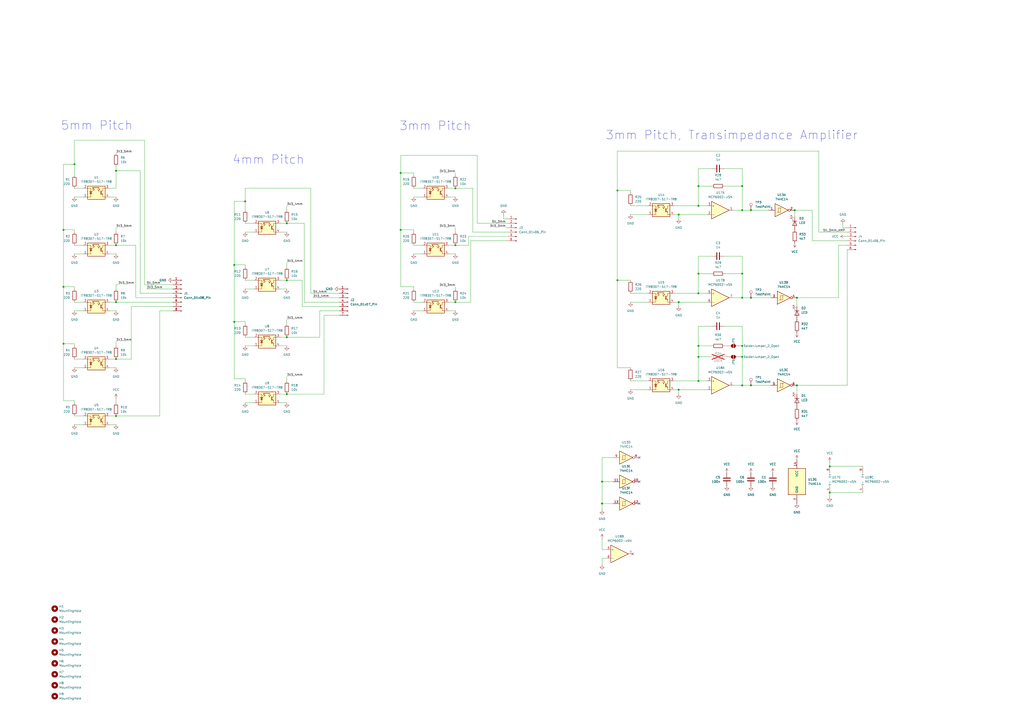
<source format=kicad_sch>
(kicad_sch (version 20250114) (generator "eeschema") (generator_version "9.0")
  (paper "A2")
  (text "3mm Pitch" (at 252.476 73.152 0) (effects (font (size 5.08 5.08))))
  (text "3mm Pitch, Transimpedance Amplifier" (at 424.434 78.486 0) (effects (font (size 5.08 5.08))))
  (text "4mm Pitch" (at 155.702 92.71 0) (effects (font (size 5.08 5.08))))
  (text "5mm Pitch" (at 56.134 72.898 0) (effects (font (size 5.08 5.08))))
  (junction (at 349.25 292.1))
  (junction (at 264.16 142.24))
  (junction (at 166.37 162.56))
  (junction (at 405.13 200.66))
  (junction (at 405.13 170.18))
  (junction (at 135.89 153.67))
  (junction (at 36.83 199.39))
  (junction (at 264.16 109.22))
  (junction (at 461.01 121.92))
  (junction (at 43.18 95.25))
  (junction (at 430.53 223.52))
  (junction (at 462.28 223.52))
  (junction (at 349.25 279.4))
  (junction (at 67.31 99.06))
  (junction (at 405.13 220.98))
  (junction (at 232.41 100.33))
  (junction (at 393.7 124.46))
  (junction (at 481.33 270.51))
  (junction (at 358.14 162.56))
  (junction (at 264.16 175.26))
  (junction (at 166.37 129.54))
  (junction (at 135.89 186.69))
  (junction (at 435.61 121.92))
  (junction (at 430.53 107.95))
  (junction (at 435.61 172.72))
  (junction (at 405.13 158.75))
  (junction (at 67.31 142.24))
  (junction (at 142.24 116.84))
  (junction (at 405.13 207.01))
  (junction (at 430.53 121.92))
  (junction (at 67.31 175.26))
  (junction (at 393.7 226.06))
  (junction (at 430.53 207.01))
  (junction (at 405.13 107.95))
  (junction (at 405.13 119.38))
  (junction (at 166.37 228.6))
  (junction (at 430.53 200.66))
  (junction (at 232.41 133.35))
  (junction (at 435.61 223.52))
  (junction (at 358.14 110.49))
  (junction (at 36.83 166.37))
  (junction (at 166.37 195.58))
  (junction (at 430.53 158.75))
  (junction (at 36.83 133.35))
  (junction (at 481.33 285.75))
  (junction (at 67.31 208.28))
  (junction (at 462.28 172.72))
  (junction (at 393.7 175.26))
  (junction (at 67.31 241.3))
  (junction (at 430.53 172.72))
  (no_connect (at 370.84 292.1))
  (no_connect (at 367.03 321.31))
  (no_connect (at 370.84 265.43))
  (no_connect (at 370.84 279.4))
  (wire (pts (xy 240.03 100.33) (xy 232.41 100.33)))
  (wire (pts (xy 78.74 142.24) (xy 78.74 172.72)))
  (wire (pts (xy 67.31 99.06) (xy 81.28 99.06)))
  (wire (pts (xy 365.76 175.26) (xy 375.92 175.26)))
  (wire (pts (xy 232.41 100.33) (xy 232.41 133.35)))
  (wire (pts (xy 166.37 129.54) (xy 176.53 129.54)))
  (wire (pts (xy 36.83 232.41) (xy 43.18 232.41)))
  (wire (pts (xy 196.85 180.34) (xy 185.42 180.34)))
  (wire (pts (xy 67.31 132.08) (xy 67.31 134.62)))
  (wire (pts (xy 491.49 132.08) (xy 488.95 132.08)))
  (wire (pts (xy 260.35 109.22) (xy 264.16 109.22)))
  (wire (pts (xy 240.03 166.37) (xy 240.03 167.64)))
  (wire (pts (xy 358.14 162.56) (xy 365.76 162.56)))
  (wire (pts (xy 481.33 285.75) (xy 500.38 285.75)))
  (wire (pts (xy 393.7 175.26) (xy 410.21 175.26)))
  (wire (pts (xy 63.5 213.36) (xy 67.31 213.36)))
  (wire (pts (xy 43.18 199.39) (xy 43.18 200.66)))
  (wire (pts (xy 92.71 241.3) (xy 67.31 241.3)))
  (wire (pts (xy 135.89 153.67) (xy 135.89 186.69)))
  (wire (pts (xy 63.5 147.32) (xy 67.31 147.32)))
  (wire (pts (xy 36.83 95.25) (xy 43.18 95.25)))
  (wire (pts (xy 486.41 172.72) (xy 462.28 172.72)))
  (wire (pts (xy 264.16 142.24) (xy 271.78 142.24)))
  (wire (pts (xy 162.56 195.58) (xy 166.37 195.58)))
  (wire (pts (xy 391.16 226.06) (xy 393.7 226.06)))
  (wire (pts (xy 391.16 220.98) (xy 405.13 220.98)))
  (wire (pts (xy 240.03 114.3) (xy 245.11 114.3)))
  (wire (pts (xy 76.2 208.28) (xy 76.2 177.8)))
  (wire (pts (xy 430.53 121.92) (xy 435.61 121.92)))
  (wire (pts (xy 67.31 231.14) (xy 67.31 233.68)))
  (wire (pts (xy 142.24 129.54) (xy 147.32 129.54)))
  (wire (pts (xy 461.01 121.92) (xy 461.01 125.73)))
  (wire (pts (xy 349.25 295.91) (xy 349.25 292.1)))
  (wire (pts (xy 142.24 186.69) (xy 142.24 187.96)))
  (wire (pts (xy 435.61 223.52) (xy 447.04 223.52)))
  (wire (pts (xy 481.33 270.51) (xy 500.38 270.51)))
  (wire (pts (xy 135.89 186.69) (xy 142.24 186.69)))
  (wire (pts (xy 481.33 267.97) (xy 481.33 270.51)))
  (wire (pts (xy 405.13 170.18) (xy 410.21 170.18)))
  (wire (pts (xy 273.05 139.7) (xy 294.64 139.7)))
  (wire (pts (xy 393.7 226.06) (xy 410.21 226.06)))
  (wire (pts (xy 63.5 109.22) (xy 67.31 109.22)))
  (wire (pts (xy 43.18 142.24) (xy 48.26 142.24)))
  (wire (pts (xy 365.76 220.98) (xy 375.92 220.98)))
  (wire (pts (xy 486.41 142.24) (xy 486.41 172.72)))
  (wire (pts (xy 36.83 133.35) (xy 36.83 95.25)))
  (wire (pts (xy 240.03 100.33) (xy 240.03 101.6)))
  (wire (pts (xy 365.76 170.18) (xy 375.92 170.18)))
  (wire (pts (xy 349.25 279.4) (xy 349.25 265.43)))
  (wire (pts (xy 393.7 124.46) (xy 410.21 124.46)))
  (wire (pts (xy 232.41 133.35) (xy 232.41 166.37)))
  (wire (pts (xy 435.61 172.72) (xy 430.53 172.72)))
  (wire (pts (xy 142.24 228.6) (xy 147.32 228.6)))
  (wire (pts (xy 429.26 200.66) (xy 430.53 200.66)))
  (wire (pts (xy 430.53 97.79) (xy 430.53 107.95)))
  (wire (pts (xy 83.82 165.1) (xy 100.33 165.1)))
  (wire (pts (xy 162.56 162.56) (xy 166.37 162.56)))
  (wire (pts (xy 67.31 198.12) (xy 67.31 200.66)))
  (wire (pts (xy 240.03 142.24) (xy 245.11 142.24)))
  (wire (pts (xy 365.76 226.06) (xy 375.92 226.06)))
  (wire (pts (xy 271.78 142.24) (xy 271.78 137.16)))
  (wire (pts (xy 81.28 170.18) (xy 81.28 99.06)))
  (wire (pts (xy 461.01 121.92) (xy 471.17 121.92)))
  (wire (pts (xy 273.05 139.7) (xy 273.05 175.26)))
  (wire (pts (xy 471.17 139.7) (xy 491.49 139.7)))
  (wire (pts (xy 43.18 213.36) (xy 48.26 213.36)))
  (wire (pts (xy 490.22 137.16) (xy 491.49 137.16)))
  (wire (pts (xy 232.41 100.33) (xy 232.41 90.17)))
  (wire (pts (xy 391.16 124.46) (xy 393.7 124.46)))
  (wire (pts (xy 162.56 233.68) (xy 166.37 233.68)))
  (wire (pts (xy 349.25 292.1) (xy 349.25 279.4)))
  (wire (pts (xy 294.64 134.62) (xy 274.32 134.62)))
  (wire (pts (xy 142.24 233.68) (xy 147.32 233.68)))
  (wire (pts (xy 36.83 199.39) (xy 43.18 199.39)))
  (wire (pts (xy 264.16 132.08) (xy 264.16 134.62)))
  (wire (pts (xy 83.82 81.28) (xy 83.82 165.1)))
  (wire (pts (xy 135.89 116.84) (xy 135.89 153.67)))
  (wire (pts (xy 405.13 220.98) (xy 410.21 220.98)))
  (wire (pts (xy 85.09 167.64) (xy 100.33 167.64)))
  (wire (pts (xy 63.5 114.3) (xy 67.31 114.3)))
  (wire (pts (xy 412.75 107.95) (xy 405.13 107.95)))
  (wire (pts (xy 349.25 265.43) (xy 355.6 265.43)))
  (wire (pts (xy 187.96 182.88) (xy 196.85 182.88)))
  (wire (pts (xy 474.98 87.63) (xy 474.98 134.62)))
  (wire (pts (xy 358.14 87.63) (xy 474.98 87.63)))
  (wire (pts (xy 264.16 109.22) (xy 274.32 109.22)))
  (wire (pts (xy 412.75 158.75) (xy 405.13 158.75)))
  (wire (pts (xy 36.83 133.35) (xy 36.83 166.37)))
  (wire (pts (xy 36.83 199.39) (xy 36.83 232.41)))
  (wire (pts (xy 81.28 170.18) (xy 100.33 170.18)))
  (wire (pts (xy 166.37 228.6) (xy 187.96 228.6)))
  (wire (pts (xy 142.24 116.84) (xy 142.24 121.92)))
  (wire (pts (xy 166.37 195.58) (xy 185.42 195.58)))
  (wire (pts (xy 63.5 246.38) (xy 67.31 246.38)))
  (wire (pts (xy 365.76 124.46) (xy 375.92 124.46)))
  (wire (pts (xy 36.83 166.37) (xy 36.83 199.39)))
  (wire (pts (xy 260.35 114.3) (xy 264.16 114.3)))
  (wire (pts (xy 232.41 133.35) (xy 240.03 133.35)))
  (wire (pts (xy 405.13 97.79) (xy 412.75 97.79)))
  (wire (pts (xy 430.53 207.01) (xy 430.53 223.52)))
  (wire (pts (xy 358.14 162.56) (xy 358.14 213.36)))
  (wire (pts (xy 43.18 81.28) (xy 83.82 81.28)))
  (wire (pts (xy 43.18 175.26) (xy 48.26 175.26)))
  (wire (pts (xy 471.17 121.92) (xy 471.17 139.7)))
  (wire (pts (xy 405.13 207.01) (xy 405.13 220.98)))
  (wire (pts (xy 420.37 97.79) (xy 430.53 97.79)))
  (wire (pts (xy 430.53 189.23) (xy 430.53 200.66)))
  (wire (pts (xy 43.18 241.3) (xy 48.26 241.3)))
  (wire (pts (xy 276.86 129.54) (xy 294.64 129.54)))
  (wire (pts (xy 67.31 142.24) (xy 78.74 142.24)))
  (wire (pts (xy 67.31 165.1) (xy 68.58 165.1)))
  (wire (pts (xy 142.24 134.62) (xy 147.32 134.62)))
  (wire (pts (xy 232.41 166.37) (xy 240.03 166.37)))
  (wire (pts (xy 162.56 200.66) (xy 166.37 200.66)))
  (wire (pts (xy 405.13 107.95) (xy 405.13 119.38)))
  (wire (pts (xy 430.53 121.92) (xy 425.45 121.92)))
  (wire (pts (xy 391.16 175.26) (xy 393.7 175.26)))
  (wire (pts (xy 142.24 195.58) (xy 147.32 195.58)))
  (wire (pts (xy 462.28 172.72) (xy 462.28 177.8)))
  (wire (pts (xy 420.37 189.23) (xy 430.53 189.23)))
  (wire (pts (xy 63.5 180.34) (xy 67.31 180.34)))
  (wire (pts (xy 92.71 180.34) (xy 100.33 180.34)))
  (wire (pts (xy 260.35 180.34) (xy 264.16 180.34)))
  (wire (pts (xy 43.18 166.37) (xy 43.18 167.64)))
  (wire (pts (xy 43.18 208.28) (xy 48.26 208.28)))
  (wire (pts (xy 294.64 127) (xy 292.1 127)))
  (wire (pts (xy 142.24 109.22) (xy 142.24 116.84)))
  (wire (pts (xy 240.03 133.35) (xy 240.03 134.62)))
  (wire (pts (xy 358.14 110.49) (xy 358.14 87.63)))
  (wire (pts (xy 412.75 200.66) (xy 405.13 200.66)))
  (wire (pts (xy 405.13 189.23) (xy 405.13 200.66)))
  (wire (pts (xy 92.71 180.34) (xy 92.71 241.3)))
  (wire (pts (xy 405.13 119.38) (xy 410.21 119.38)))
  (wire (pts (xy 43.18 95.25) (xy 43.18 101.6)))
  (wire (pts (xy 180.34 109.22) (xy 142.24 109.22)))
  (wire (pts (xy 63.5 208.28) (xy 67.31 208.28)))
  (wire (pts (xy 240.03 180.34) (xy 245.11 180.34)))
  (wire (pts (xy 162.56 129.54) (xy 166.37 129.54)))
  (wire (pts (xy 264.16 166.37) (xy 264.16 167.64)))
  (wire (pts (xy 349.25 323.85) (xy 351.79 323.85)))
  (wire (pts (xy 135.89 219.71) (xy 135.89 186.69)))
  (wire (pts (xy 232.41 90.17) (xy 276.86 90.17)))
  (wire (pts (xy 420.37 107.95) (xy 430.53 107.95)))
  (wire (pts (xy 43.18 109.22) (xy 48.26 109.22)))
  (wire (pts (xy 135.89 116.84) (xy 142.24 116.84)))
  (wire (pts (xy 162.56 228.6) (xy 166.37 228.6)))
  (wire (pts (xy 142.24 153.67) (xy 142.24 154.94)))
  (wire (pts (xy 43.18 114.3) (xy 48.26 114.3)))
  (wire (pts (xy 430.53 148.59) (xy 430.53 158.75)))
  (wire (pts (xy 162.56 167.64) (xy 166.37 167.64)))
  (wire (pts (xy 491.49 223.52) (xy 491.49 144.78)))
  (wire (pts (xy 43.18 133.35) (xy 36.83 133.35)))
  (wire (pts (xy 43.18 147.32) (xy 48.26 147.32)))
  (wire (pts (xy 166.37 152.4) (xy 166.37 154.94)))
  (wire (pts (xy 67.31 165.1) (xy 67.31 167.64)))
  (wire (pts (xy 274.32 134.62) (xy 274.32 109.22)))
  (wire (pts (xy 358.14 110.49) (xy 365.76 110.49)))
  (wire (pts (xy 67.31 208.28) (xy 76.2 208.28)))
  (wire (pts (xy 393.7 124.46) (xy 393.7 127)))
  (wire (pts (xy 405.13 97.79) (xy 405.13 107.95)))
  (wire (pts (xy 349.25 279.4) (xy 355.6 279.4)))
  (wire (pts (xy 43.18 133.35) (xy 43.18 134.62)))
  (wire (pts (xy 391.16 119.38) (xy 405.13 119.38)))
  (wire (pts (xy 142.24 200.66) (xy 147.32 200.66)))
  (wire (pts (xy 462.28 223.52) (xy 462.28 228.6)))
  (wire (pts (xy 430.53 223.52) (xy 435.61 223.52)))
  (wire (pts (xy 430.53 158.75) (xy 430.53 172.72)))
  (wire (pts (xy 349.25 312.42) (xy 349.25 318.77)))
  (wire (pts (xy 187.96 228.6) (xy 187.96 182.88)))
  (wire (pts (xy 488.95 132.08) (xy 488.95 129.54)))
  (wire (pts (xy 43.18 180.34) (xy 48.26 180.34)))
  (wire (pts (xy 405.13 189.23) (xy 412.75 189.23)))
  (wire (pts (xy 240.03 147.32) (xy 245.11 147.32)))
  (wire (pts (xy 481.33 288.29) (xy 481.33 285.75)))
  (wire (pts (xy 358.14 110.49) (xy 358.14 162.56)))
  (wire (pts (xy 166.37 185.42) (xy 166.37 187.96)))
  (wire (pts (xy 142.24 162.56) (xy 147.32 162.56)))
  (wire (pts (xy 76.2 177.8) (xy 100.33 177.8)))
  (wire (pts (xy 391.16 170.18) (xy 405.13 170.18)))
  (wire (pts (xy 405.13 200.66) (xy 405.13 207.01)))
  (wire (pts (xy 430.53 223.52) (xy 425.45 223.52)))
  (wire (pts (xy 462.28 223.52) (xy 491.49 223.52)))
  (wire (pts (xy 176.53 175.26) (xy 176.53 129.54)))
  (wire (pts (xy 162.56 134.62) (xy 166.37 134.62)))
  (wire (pts (xy 166.37 162.56) (xy 175.26 162.56)))
  (wire (pts (xy 405.13 207.01) (xy 412.75 207.01)))
  (wire (pts (xy 405.13 148.59) (xy 405.13 158.75)))
  (wire (pts (xy 43.18 232.41) (xy 43.18 233.68)))
  (wire (pts (xy 142.24 219.71) (xy 142.24 220.98)))
  (wire (pts (xy 196.85 177.8) (xy 175.26 177.8)))
  (wire (pts (xy 358.14 213.36) (xy 365.76 213.36)))
  (wire (pts (xy 63.5 175.26) (xy 67.31 175.26)))
  (wire (pts (xy 365.76 119.38) (xy 375.92 119.38)))
  (wire (pts (xy 393.7 226.06) (xy 393.7 228.6)))
  (wire (pts (xy 63.5 241.3) (xy 67.31 241.3)))
  (wire (pts (xy 43.18 246.38) (xy 48.26 246.38)))
  (wire (pts (xy 180.34 170.18) (xy 196.85 170.18)))
  (wire (pts (xy 429.26 207.01) (xy 430.53 207.01)))
  (wire (pts (xy 349.25 292.1) (xy 355.6 292.1)))
  (wire (pts (xy 166.37 218.44) (xy 166.37 220.98)))
  (wire (pts (xy 474.98 134.62) (xy 491.49 134.62)))
  (wire (pts (xy 293.37 132.08) (xy 294.64 132.08)))
  (wire (pts (xy 196.85 175.26) (xy 176.53 175.26)))
  (wire (pts (xy 63.5 142.24) (xy 67.31 142.24)))
  (wire (pts (xy 264.16 100.33) (xy 264.16 101.6)))
  (wire (pts (xy 260.35 147.32) (xy 264.16 147.32)))
  (wire (pts (xy 435.61 121.92) (xy 445.77 121.92)))
  (wire (pts (xy 175.26 177.8) (xy 175.26 162.56)))
  (wire (pts (xy 420.37 148.59) (xy 430.53 148.59)))
  (wire (pts (xy 420.37 158.75) (xy 430.53 158.75)))
  (wire (pts (xy 264.16 175.26) (xy 273.05 175.26)))
  (wire (pts (xy 142.24 219.71) (xy 135.89 219.71)))
  (wire (pts (xy 430.53 172.72) (xy 425.45 172.72)))
  (wire (pts (xy 240.03 175.26) (xy 245.11 175.26)))
  (wire (pts (xy 420.37 200.66) (xy 421.64 200.66)))
  (wire (pts (xy 135.89 153.67) (xy 142.24 153.67)))
  (wire (pts (xy 349.25 318.77) (xy 351.79 318.77)))
  (wire (pts (xy 67.31 99.06) (xy 67.31 109.22)))
  (wire (pts (xy 260.35 175.26) (xy 264.16 175.26)))
  (wire (pts (xy 292.1 127) (xy 292.1 124.46)))
  (wire (pts (xy 430.53 107.95) (xy 430.53 121.92)))
  (wire (pts (xy 447.04 172.72) (xy 435.61 172.72)))
  (wire (pts (xy 420.37 207.01) (xy 421.64 207.01)))
  (wire (pts (xy 276.86 90.17) (xy 276.86 129.54)))
  (wire (pts (xy 181.61 172.72) (xy 196.85 172.72)))
  (wire (pts (xy 43.18 95.25) (xy 43.18 81.28)))
  (wire (pts (xy 405.13 148.59) (xy 412.75 148.59)))
  (wire (pts (xy 67.31 96.52) (xy 67.31 99.06)))
  (wire (pts (xy 240.03 109.22) (xy 245.11 109.22)))
  (wire (pts (xy 491.49 142.24) (xy 486.41 142.24)))
  (wire (pts (xy 67.31 175.26) (xy 100.33 175.26)))
  (wire (pts (xy 260.35 142.24) (xy 264.16 142.24)))
  (wire (pts (xy 405.13 158.75) (xy 405.13 170.18)))
  (wire (pts (xy 365.76 110.49) (xy 365.76 111.76)))
  (wire (pts (xy 349.25 327.66) (xy 349.25 323.85)))
  (wire (pts (xy 142.24 167.64) (xy 147.32 167.64)))
  (wire (pts (xy 185.42 180.34) (xy 185.42 195.58)))
  (wire (pts (xy 36.83 166.37) (xy 43.18 166.37)))
  (wire (pts (xy 430.53 200.66) (xy 430.53 207.01)))
  (wire (pts (xy 78.74 172.72) (xy 100.33 172.72)))
  (wire (pts (xy 393.7 175.26) (xy 393.7 177.8)))
  (wire (pts (xy 271.78 137.16) (xy 294.64 137.16)))
  (wire (pts (xy 180.34 170.18) (xy 180.34 109.22)))
  (wire (pts (xy 166.37 119.38) (xy 166.37 121.92)))
  (label "3V3_3mm" (at 264.16 132.08 180))
  (label "3V3_5mm" (at 67.31 198.12 0))
  (label "3V3_4mm" (at 166.37 185.42 0))
  (label "3V3_4mm" (at 181.61 172.72 0))
  (label "5V_3mm" (at 293.37 129.54 180))
  (label "5V_3mm_AMP" (at 490.22 134.62 180))
  (label "3V3_4mm" (at 166.37 119.38 0))
  (label "5V_4mm" (at 181.61 170.18 0))
  (label "3V3_4mm" (at 166.37 218.44 0))
  (label "3V3_5mm" (at 85.09 167.64 0))
  (label "3V3_3mm" (at 293.37 132.08 180))
  (label "3V3_5mm" (at 68.58 165.1 0))
  (label "3V3_5mm" (at 67.31 132.08 0))
  (label "3V3_4mm" (at 166.37 152.4 0))
  (label "3V3_3mm" (at 264.16 100.33 180))
  (label "5V_5mm" (at 85.09 165.1 0))
  (label "3V3_3mm" (at 264.16 166.37 180))
  (label "3V3_5mm" (at 67.31 88.9 0))
  (symbol (lib_id "power:GND") (at 142.24 167.64 0) (unit 1)
    (property "Reference" "#PWR019" (effects (hide yes)))
    (property "Value" "GND" (at 142.24 172.72 0))
    (property "Description" "Power symbol creates a global label with name \"GND\" , ground" (effects (hide yes)))
  )
  (symbol (lib_id "74xx:74HC14") (at 453.39 121.92 0) (unit 1)
    (property "Reference" "U13" (at 453.39 113.03 0))
    (property "Value" "74HC14" (at 453.39 115.57 0))
    (property "Footprint" "Package_SO:SOIC-14_3.9x8.7mm_P1.27mm" (effects (hide yes)))
    (property "Datasheet" "http://www.ti.com/lit/gpn/sn74HC14" (effects (hide yes)))
    (property "Description" "Hex inverter schmitt trigger" (effects (hide yes)))
    (property "LCSC Part #" "C5605" (effects (hide yes)))
  )
  (symbol (lib_id "Mechanical:MountingHole") (at 31.75 372.11 0) (unit 1)
    (property "Reference" "H4" (at 34.29 370.8399 0) (effects (justify left)))
    (property "Value" "MountingHole" (at 34.29 373.3799 0) (effects (justify left)))
    (property "Footprint" "Footprints:MountingHole_SMTSO3030_3.2mm_M3" (effects (hide yes)))
    (property "Datasheet" "https://www.lcsc.com/datasheet/C2915308.pdf" (effects (hide yes)))
    (property "Description" "Mounting Hole without connection" (effects (hide yes)))
    (property "LCSC Part #" "C2915308" (effects (hide yes)))
  )
  (symbol (lib_id "Device:R") (at 43.18 105.41 0) (unit 1)
    (property "Reference" "R1" (at 40.64 104.1399 0) (effects (justify right)))
    (property "Value" "220" (at 40.64 106.6799 0) (effects (justify right)))
    (property "Footprint" "Resistor_SMD:R_0603_1608Metric" (effects (hide yes)))
    (property "Description" "Resistor" (effects (hide yes)))
  )
  (symbol (lib_id "Device:C") (at 416.56 189.23 90) (unit 1)
    (property "Reference" "C4" (at 416.56 181.61 90))
    (property "Value" "1n" (at 416.56 184.15 90))
    (property "Footprint" "Capacitor_SMD:C_0603_1608Metric" (effects (hide yes)))
    (property "Description" "Unpolarized capacitor" (effects (hide yes)))
  )
  (symbol (lib_id "power:GND") (at 142.24 233.68 0) (unit 1)
    (property "Reference" "#PWR021" (effects (hide yes)))
    (property "Value" "GND" (at 142.24 238.76 0))
    (property "Description" "Power symbol creates a global label with name \"GND\" , ground" (effects (hide yes)))
  )
  (symbol (lib_id "power:GND") (at 166.37 134.62 0) (unit 1)
    (property "Reference" "#PWR023" (effects (hide yes)))
    (property "Value" "GND" (at 166.37 139.7 0))
    (property "Description" "Power symbol creates a global label with name \"GND\" , ground" (effects (hide yes)))
  )
  (symbol (lib_id "power:GND") (at 264.16 180.34 0) (unit 1)
    (property "Reference" "#PWR039" (effects (hide yes)))
    (property "Value" "GND" (at 264.16 185.42 0))
    (property "Description" "Power symbol creates a global label with name \"GND\" , ground" (effects (hide yes)))
  )
  (symbol (lib_id "power:VCC") (at 448.31 274.32 0) (mirror y) (unit 1)
    (property "Reference" "#PWR051" (effects (hide yes)))
    (property "Value" "VCC" (at 448.31 269.24 0))
    (property "Description" "Power symbol creates a global label with name \"VCC\"" (effects (hide yes)))
  )
  (symbol (lib_id "Device:R") (at 416.56 207.01 90) (mirror x) (unit 1) (in_bom no) (dnp yes)
    (property "Reference" "R34" (at 416.56 204.978 90))
    (property "Value" "USER" (at 416.56 209.296 90))
    (property "Footprint" "Resistor_SMD:R_0603_1608Metric" (effects (hide yes)))
    (property "Description" "Resistor" (effects (hide yes)))
  )
  (symbol (lib_id "power:GND") (at 462.28 292.1 0) (unit 1)
    (property "Reference" "#PWR054" (effects (hide yes)))
    (property "Value" "GND" (at 462.28 297.18 0))
    (property "Description" "Power symbol creates a global label with name \"GND\" , ground" (effects (hide yes)))
  )
  (symbol (lib_id "Device:R") (at 462.28 189.23 0) (unit 1)
    (property "Reference" "R32" (at 464.82 187.9599 0) (effects (justify left)))
    (property "Value" "4k7" (at 464.82 190.4999 0) (effects (justify left)))
    (property "Footprint" "Resistor_SMD:R_0603_1608Metric" (effects (hide yes)))
    (property "Description" "Resistor" (effects (hide yes)))
  )
  (symbol (lib_id "power:GND") (at 240.03 114.3 0) (unit 1)
    (property "Reference" "#PWR031" (effects (hide yes)))
    (property "Value" "GND" (at 240.03 119.38 0))
    (property "Description" "Power symbol creates a global label with name \"GND\" , ground" (effects (hide yes)))
  )
  (symbol (lib_id "Device:C") (at 435.61 278.13 0) (mirror x) (unit 1)
    (property "Reference" "C6" (at 431.8 276.8599 0) (effects (justify right)))
    (property "Value" "100n" (at 431.8 279.3999 0) (effects (justify right)))
    (property "Footprint" "Capacitor_SMD:C_0603_1608Metric" (effects (hide yes)))
    (property "Description" "Unpolarized capacitor" (effects (hide yes)))
  )
  (symbol (lib_id "Device:C") (at 448.31 278.13 0) (mirror x) (unit 1)
    (property "Reference" "C1" (at 444.5 276.8599 0) (effects (justify right)))
    (property "Value" "100n" (at 444.5 279.3999 0) (effects (justify right)))
    (property "Footprint" "Capacitor_SMD:C_0603_1608Metric" (effects (hide yes)))
    (property "Description" "Unpolarized capacitor" (effects (hide yes)))
  )
  (symbol (lib_id "74xx:74HC14") (at 454.66 172.72 0) (unit 2)
    (property "Reference" "U13" (at 454.66 163.83 0))
    (property "Value" "74HC14" (at 454.66 166.37 0))
    (property "Footprint" "Package_SO:SOIC-14_3.9x8.7mm_P1.27mm" (effects (hide yes)))
    (property "Datasheet" "http://www.ti.com/lit/gpn/sn74HC14" (effects (hide yes)))
    (property "Description" "Hex inverter schmitt trigger" (effects (hide yes)))
    (property "LCSC Part #" "C5605" (effects (hide yes)))
  )
  (symbol (lib_id "Device:LED") (at 461.01 129.54 270) (unit 1)
    (property "Reference" "D3" (at 463.55 126.6824 90) (effects (justify left)))
    (property "Value" "LED" (at 463.55 129.2224 90) (effects (justify left)))
    (property "Footprint" "LED_SMD:LED_0603_1608Metric" (effects (hide yes)))
    (property "Description" "Light emitting diode" (effects (hide yes)))
    (property "Sim.Pins" "1=K 2=A" (effects (hide yes)))
  )
  (symbol (lib_id "Amplifier_Operational:MCP6002-xSN") (at 417.83 223.52 0) (unit 1)
    (property "Reference" "U18" (at 417.83 213.36 0))
    (property "Value" "MCP6002-xSN" (at 417.83 215.9 0))
    (property "Footprint" "Package_SO:SOIC-8_3.9x4.9mm_P1.27mm" (effects (hide yes)))
    (property "Datasheet" "http://ww1.microchip.com/downloads/en/DeviceDoc/21733j.pdf" (effects (hide yes)))
    (property "Description" "1MHz, Low-Power Op Amp, SOIC-8" (effects (hide yes)))
    (property "LCSC Part #" "C5145244" (effects (hide yes)))
  )
  (symbol (lib_id "Sensor_Proximity:ITR8307-S17-TR8") (at 383.54 121.92 0) (unit 1)
    (property "Reference" "U14" (at 383.54 113.03 0))
    (property "Value" "ITR8307-S17-TR8" (at 383.54 115.57 0))
    (property "Footprint" "OptoDevice:Everlight_ITR1201SR10AR" (effects (hide yes)))
    (property "Datasheet" "https://www.bbrc.ru/upload/iblock/d55/4ujnt69973tcjokw8h60t3b0x341lb91/10itr8307_s17_tr8bgh.pdf" (effects (hide yes)))
    (property "Description" "Miniature Reflective Optical Object Sensor, SMD-4" (effects (hide yes)))
    (property "LCSC Part #" "C81632" (effects (hide yes)))
  )
  (symbol (lib_id "power:GND") (at 67.31 246.38 0) (unit 1)
    (property "Reference" "#PWR016" (effects (hide yes)))
    (property "Value" "GND" (at 67.31 251.46 0))
    (property "Description" "Power symbol creates a global label with name \"GND\" , ground" (effects (hide yes)))
  )
  (symbol (lib_id "74xx:74HC14") (at 363.22 265.43 0) (unit 4)
    (property "Reference" "U13" (at 363.22 256.54 0))
    (property "Value" "74HC14" (at 363.22 259.08 0))
    (property "Footprint" "Package_SO:SOIC-14_3.9x8.7mm_P1.27mm" (effects (hide yes)))
    (property "Datasheet" "http://www.ti.com/lit/gpn/sn74HC14" (effects (hide yes)))
    (property "Description" "Hex inverter schmitt trigger" (effects (hide yes)))
    (property "LCSC Part #" "C5605" (effects (hide yes)))
  )
  (symbol (lib_id "Sensor_Proximity:ITR8307-S17-TR8") (at 55.88 243.84 0) (unit 1)
    (property "Reference" "U5" (at 55.88 234.95 0))
    (property "Value" "ITR8307-S17-TR8" (at 55.88 237.49 0))
    (property "Footprint" "OptoDevice:Everlight_ITR1201SR10AR" (effects (hide yes)))
    (property "Datasheet" "https://www.bbrc.ru/upload/iblock/d55/4ujnt69973tcjokw8h60t3b0x341lb91/10itr8307_s17_tr8bgh.pdf" (effects (hide yes)))
    (property "Description" "Miniature Reflective Optical Object Sensor, SMD-4" (effects (hide yes)))
    (property "LCSC Part #" "C81632" (effects (hide yes)))
  )
  (symbol (lib_id "power:GND") (at 43.18 147.32 0) (unit 1)
    (property "Reference" "#PWR03" (effects (hide yes)))
    (property "Value" "GND" (at 43.18 152.4 0))
    (property "Description" "Power symbol creates a global label with name \"GND\" , ground" (effects (hide yes)))
  )
  (symbol (lib_id "Device:C") (at 421.64 278.13 0) (mirror x) (unit 1)
    (property "Reference" "C5" (at 417.83 276.8599 0) (effects (justify right)))
    (property "Value" "100n" (at 417.83 279.3999 0) (effects (justify right)))
    (property "Footprint" "Capacitor_SMD:C_0603_1608Metric" (effects (hide yes)))
    (property "Description" "Unpolarized capacitor" (effects (hide yes)))
  )
  (symbol (lib_id "Device:R") (at 416.56 107.95 90) (mirror x) (unit 1)
    (property "Reference" "R28" (at 416.56 101.6 90))
    (property "Value" "4k7" (at 416.56 104.14 90))
    (property "Footprint" "Resistor_SMD:R_0603_1608Metric" (effects (hide yes)))
    (property "Description" "Resistor" (effects (hide yes)))
  )
  (symbol (lib_id "Connector:Conn_01x08_Pin") (at 105.41 170.18 0) (mirror y) (unit 1) (in_bom no)
    (property "Reference" "J1" (at 106.68 170.1799 0) (effects (justify right)))
    (property "Value" "Conn_01x08_Pin" (at 106.68 172.7199 0) (effects (justify right)))
    (property "Footprint" "Connector_PinHeader_2.54mm:PinHeader_1x08_P2.54mm_Vertical" (effects (hide yes)))
    (property "Description" "Generic connector, single row, 01x08, script generated" (effects (hide yes)))
  )
  (symbol (lib_id "power:VCC") (at 490.22 137.16 90) (mirror x) (unit 1)
    (property "Reference" "#PWR013" (effects (hide yes)))
    (property "Value" "VCC" (at 486.41 137.1599 90) (effects (justify left)))
    (property "Description" "Power symbol creates a global label with name \"VCC\"" (effects (hide yes)))
  )
  (symbol (lib_id "power:GND") (at 393.7 177.8 0) (unit 1)
    (property "Reference" "#PWR049" (effects (hide yes)))
    (property "Value" "GND" (at 393.7 182.88 0))
    (property "Description" "Power symbol creates a global label with name \"GND\" , ground" (effects (hide yes)))
  )
  (symbol (lib_id "Device:LED") (at 462.28 232.41 270) (unit 1)
    (property "Reference" "D1" (at 464.82 229.5524 90) (effects (justify left)))
    (property "Value" "LED" (at 464.82 232.0924 90) (effects (justify left)))
    (property "Footprint" "LED_SMD:LED_0603_1608Metric" (effects (hide yes)))
    (property "Description" "Light emitting diode" (effects (hide yes)))
    (property "Sim.Pins" "1=K 2=A" (effects (hide yes)))
  )
  (symbol (lib_id "74xx:74HC14") (at 462.28 279.4 0) (unit 7)
    (property "Reference" "U13" (at 468.63 278.1299 0) (effects (justify left)))
    (property "Value" "74HC14" (at 468.63 280.6699 0) (effects (justify left)))
    (property "Footprint" "Package_SO:SOIC-14_3.9x8.7mm_P1.27mm" (effects (hide yes)))
    (property "Datasheet" "http://www.ti.com/lit/gpn/sn74HC14" (effects (hide yes)))
    (property "Description" "Hex inverter schmitt trigger" (effects (hide yes)))
    (property "LCSC Part #" "C5605" (effects (hide yes)))
  )
  (symbol (lib_id "Device:R") (at 416.56 200.66 90) (mirror x) (unit 1)
    (property "Reference" "R30" (at 416.56 194.31 90))
    (property "Value" "4k7" (at 416.56 196.85 90))
    (property "Footprint" "Resistor_SMD:R_0603_1608Metric" (effects (hide yes)))
    (property "Description" "Resistor" (effects (hide yes)))
  )
  (symbol (lib_id "Device:R") (at 240.03 171.45 0) (unit 1)
    (property "Reference" "R21" (at 237.49 170.1799 0) (effects (justify right)))
    (property "Value" "220" (at 237.49 172.7199 0) (effects (justify right)))
    (property "Footprint" "Resistor_SMD:R_0603_1608Metric" (effects (hide yes)))
    (property "Description" "Resistor" (effects (hide yes)))
  )
  (symbol (lib_id "power:GND") (at 421.64 281.94 0) (unit 1)
    (property "Reference" "#PWR058" (effects (hide yes)))
    (property "Value" "GND" (at 421.64 287.02 0))
    (property "Description" "Power symbol creates a global label with name \"GND\" , ground" (effects (hide yes)))
  )
  (symbol (lib_id "Device:R") (at 43.18 237.49 0) (unit 1)
    (property "Reference" "R5" (at 40.64 236.2199 0) (effects (justify right)))
    (property "Value" "220" (at 40.64 238.7599 0) (effects (justify right)))
    (property "Footprint" "Resistor_SMD:R_0603_1608Metric" (effects (hide yes)))
    (property "Description" "Resistor" (effects (hide yes)))
  )
  (symbol (lib_id "Connector:TestPoint") (at 435.61 121.92 0) (unit 1)
    (property "Reference" "TP3" (at 438.15 117.3479 0) (effects (justify left)))
    (property "Value" "TestPoint" (at 438.15 119.8879 0) (effects (justify left)))
    (property "Footprint" "TestPoint:TestPoint_THTPad_2.0x2.0mm_Drill1.0mm" (effects (hide yes)))
    (property "Description" "test point" (effects (hide yes)))
  )
  (symbol (lib_id "Device:R") (at 365.76 166.37 0) (mirror y) (unit 1)
    (property "Reference" "R26" (at 368.3 165.0999 0) (effects (justify right)))
    (property "Value" "220" (at 368.3 167.6399 0) (effects (justify right)))
    (property "Footprint" "Resistor_SMD:R_0603_1608Metric" (effects (hide yes)))
    (property "Description" "Resistor" (effects (hide yes)))
  )
  (symbol (lib_id "power:VCC") (at 481.33 267.97 0) (mirror y) (unit 1)
    (property "Reference" "#PWR055" (effects (hide yes)))
    (property "Value" "VCC" (at 481.33 262.89 0))
    (property "Description" "Power symbol creates a global label with name \"VCC\"" (effects (hide yes)))
  )
  (symbol (lib_id "power:GND") (at 435.61 281.94 0) (unit 1)
    (property "Reference" "#PWR063" (effects (hide yes)))
    (property "Value" "GND" (at 435.61 287.02 0))
    (property "Description" "Power symbol creates a global label with name \"GND\" , ground" (effects (hide yes)))
  )
  (symbol (lib_id "Jumper:SolderJumper_2_Open") (at 425.45 207.01 0) (unit 1) (in_bom no)
    (property "Reference" "JP6" (at 425.45 210.058 90))
    (property "Value" "SolderJumper_2_Open" (at 441.706 207.01 0))
    (property "Footprint" "Jumper:SolderJumper-2_P1.3mm_Open_RoundedPad1.0x1.5mm" (effects (hide yes)))
    (property "Description" "Solder Jumper, 2-pole, open" (effects (hide yes)))
  )
  (symbol (lib_id "Device:C") (at 416.56 97.79 90) (unit 1)
    (property "Reference" "C2" (at 416.56 90.17 90))
    (property "Value" "1n" (at 416.56 92.71 90))
    (property "Footprint" "Capacitor_SMD:C_0603_1608Metric" (effects (hide yes)))
    (property "Description" "Unpolarized capacitor" (effects (hide yes)))
  )
  (symbol (lib_id "Sensor_Proximity:ITR8307-S17-TR8") (at 55.88 144.78 0) (unit 1)
    (property "Reference" "U2" (at 55.88 135.89 0))
    (property "Value" "ITR8307-S17-TR8" (at 55.88 138.43 0))
    (property "Footprint" "OptoDevice:Everlight_ITR1201SR10AR" (effects (hide yes)))
    (property "Datasheet" "https://www.bbrc.ru/upload/iblock/d55/4ujnt69973tcjokw8h60t3b0x341lb91/10itr8307_s17_tr8bgh.pdf" (effects (hide yes)))
    (property "Description" "Miniature Reflective Optical Object Sensor, SMD-4" (effects (hide yes)))
    (property "LCSC Part #" "C81632" (effects (hide yes)))
  )
  (symbol (lib_id "power:VCC") (at 67.31 231.14 0) (mirror y) (unit 1)
    (property "Reference" "#PWR015" (effects (hide yes)))
    (property "Value" "VCC" (at 67.31 226.06 0))
    (property "Description" "Power symbol creates a global label with name \"VCC\"" (effects (hide yes)))
  )
  (symbol (lib_id "power:GND") (at 67.31 180.34 0) (unit 1)
    (property "Reference" "#PWR012" (effects (hide yes)))
    (property "Value" "GND" (at 67.31 185.42 0))
    (property "Description" "Power symbol creates a global label with name \"GND\" , ground" (effects (hide yes)))
  )
  (symbol (lib_id "Device:R") (at 43.18 204.47 0) (unit 1)
    (property "Reference" "R4" (at 40.64 203.1999 0) (effects (justify right)))
    (property "Value" "220" (at 40.64 205.7399 0) (effects (justify right)))
    (property "Footprint" "Resistor_SMD:R_0603_1608Metric" (effects (hide yes)))
    (property "Description" "Resistor" (effects (hide yes)))
  )
  (symbol (lib_id "power:GND") (at 142.24 200.66 0) (unit 1)
    (property "Reference" "#PWR020" (effects (hide yes)))
    (property "Value" "GND" (at 142.24 205.74 0))
    (property "Description" "Power symbol creates a global label with name \"GND\" , ground" (effects (hide yes)))
  )
  (symbol (lib_id "Device:R") (at 67.31 92.71 0) (unit 1)
    (property "Reference" "R6" (at 69.85 91.4399 0) (effects (justify left)))
    (property "Value" "10k" (at 69.85 93.9799 0) (effects (justify left)))
    (property "Footprint" "Resistor_SMD:R_0603_1608Metric" (effects (hide yes)))
    (property "Description" "Resistor" (effects (hide yes)))
  )
  (symbol (lib_id "power:GND") (at 448.31 281.94 0) (unit 1)
    (property "Reference" "#PWR052" (effects (hide yes)))
    (property "Value" "GND" (at 448.31 287.02 0))
    (property "Description" "Power symbol creates a global label with name \"GND\" , ground" (effects (hide yes)))
  )
  (symbol (lib_id "Amplifier_Operational:MCP6002-xSN") (at 417.83 121.92 0) (unit 1)
    (property "Reference" "U17" (at 417.83 111.76 0))
    (property "Value" "MCP6002-xSN" (at 417.83 114.3 0))
    (property "Footprint" "Package_SO:SOIC-8_3.9x4.9mm_P1.27mm" (effects (hide yes)))
    (property "Datasheet" "http://ww1.microchip.com/downloads/en/DeviceDoc/21733j.pdf" (effects (hide yes)))
    (property "Description" "1MHz, Low-Power Op Amp, SOIC-8" (effects (hide yes)))
    (property "LCSC Part #" "C5145244" (effects (hide yes)))
  )
  (symbol (lib_id "power:VCC") (at 349.25 312.42 0) (mirror y) (unit 1)
    (property "Reference" "#PWR059" (effects (hide yes)))
    (property "Value" "VCC" (at 349.25 307.34 0))
    (property "Description" "Power symbol creates a global label with name \"VCC\"" (effects (hide yes)))
  )
  (symbol (lib_id "Device:R") (at 67.31 237.49 0) (unit 1)
    (property "Reference" "R10" (at 69.85 236.2199 0) (effects (justify left)))
    (property "Value" "10k" (at 69.85 238.7599 0) (effects (justify left)))
    (property "Footprint" "Resistor_SMD:R_0603_1608Metric" (effects (hide yes)))
    (property "Description" "Resistor" (effects (hide yes)))
  )
  (symbol (lib_id "power:GND") (at 292.1 124.46 180) (unit 1)
    (property "Reference" "#PWR09" (effects (hide yes)))
    (property "Value" "GND" (at 292.1 119.38 0))
    (property "Description" "Power symbol creates a global label with name \"GND\" , ground" (effects (hide yes)))
  )
  (symbol (lib_id "Device:C") (at 416.56 148.59 90) (unit 1)
    (property "Reference" "C3" (at 416.56 140.97 90))
    (property "Value" "1n" (at 416.56 143.51 90))
    (property "Footprint" "Capacitor_SMD:C_0603_1608Metric" (effects (hide yes)))
    (property "Description" "Unpolarized capacitor" (effects (hide yes)))
  )
  (symbol (lib_id "Device:R") (at 416.56 158.75 90) (mirror x) (unit 1)
    (property "Reference" "R29" (at 416.56 152.4 90))
    (property "Value" "4k7" (at 416.56 154.94 90))
    (property "Footprint" "Resistor_SMD:R_0603_1608Metric" (effects (hide yes)))
    (property "Description" "Resistor" (effects (hide yes)))
  )
  (symbol (lib_id "Mechanical:MountingHole") (at 31.75 403.86 0) (unit 1)
    (property "Reference" "H9" (at 34.29 402.5899 0) (effects (justify left)))
    (property "Value" "MountingHole" (at 34.29 405.1299 0) (effects (justify left)))
    (property "Footprint" "Footprints:MountingHole_SMTSO3030_3.2mm_M3" (effects (hide yes)))
    (property "Datasheet" "https://www.lcsc.com/datasheet/C2915308.pdf" (effects (hide yes)))
    (property "Description" "Mounting Hole without connection" (effects (hide yes)))
    (property "LCSC Part #" "C2915308" (effects (hide yes)))
  )
  (symbol (lib_id "Sensor_Proximity:ITR8307-S17-TR8") (at 154.94 165.1 0) (unit 1)
    (property "Reference" "U7" (at 154.94 156.21 0))
    (property "Value" "ITR8307-S17-TR8" (at 154.94 158.75 0))
    (property "Footprint" "OptoDevice:Everlight_ITR1201SR10AR" (effects (hide yes)))
    (property "Datasheet" "https://www.bbrc.ru/upload/iblock/d55/4ujnt69973tcjokw8h60t3b0x341lb91/10itr8307_s17_tr8bgh.pdf" (effects (hide yes)))
    (property "Description" "Miniature Reflective Optical Object Sensor, SMD-4" (effects (hide yes)))
    (property "LCSC Part #" "C81632" (effects (hide yes)))
  )
  (symbol (lib_id "Amplifier_Operational:MCP6002-xSN") (at 502.92 278.13 0) (unit 3)
    (property "Reference" "U18" (at 501.65 276.8599 0) (effects (justify left)))
    (property "Value" "MCP6002-xSN" (at 501.65 279.3999 0) (effects (justify left)))
    (property "Footprint" "Package_SO:SOIC-8_3.9x4.9mm_P1.27mm" (effects (hide yes)))
    (property "Datasheet" "http://ww1.microchip.com/downloads/en/DeviceDoc/21733j.pdf" (effects (hide yes)))
    (property "Description" "1MHz, Low-Power Op Amp, SOIC-8" (effects (hide yes)))
    (property "LCSC Part #" "C5145244" (effects (hide yes)))
  )
  (symbol (lib_id "Device:R") (at 142.24 125.73 0) (unit 1)
    (property "Reference" "R11" (at 139.7 124.4599 0) (effects (justify right)))
    (property "Value" "220" (at 139.7 126.9999 0) (effects (justify right)))
    (property "Footprint" "Resistor_SMD:R_0603_1608Metric" (effects (hide yes)))
    (property "Description" "Resistor" (effects (hide yes)))
  )
  (symbol (lib_id "Device:R") (at 43.18 138.43 0) (unit 1)
    (property "Reference" "R2" (at 40.64 137.1599 0) (effects (justify right)))
    (property "Value" "220" (at 40.64 139.6999 0) (effects (justify right)))
    (property "Footprint" "Resistor_SMD:R_0603_1608Metric" (effects (hide yes)))
    (property "Description" "Resistor" (effects (hide yes)))
  )
  (symbol (lib_id "Device:R") (at 67.31 204.47 0) (unit 1)
    (property "Reference" "R9" (at 69.85 203.1999 0) (effects (justify left)))
    (property "Value" "10k" (at 69.85 205.7399 0) (effects (justify left)))
    (property "Footprint" "Resistor_SMD:R_0603_1608Metric" (effects (hide yes)))
    (property "Description" "Resistor" (effects (hide yes)))
  )
  (symbol (lib_id "power:GND") (at 67.31 213.36 0) (unit 1)
    (property "Reference" "#PWR014" (effects (hide yes)))
    (property "Value" "GND" (at 67.31 218.44 0))
    (property "Description" "Power symbol creates a global label with name \"GND\" , ground" (effects (hide yes)))
  )
  (symbol (lib_id "Sensor_Proximity:ITR8307-S17-TR8") (at 252.73 111.76 0) (unit 1)
    (property "Reference" "U10" (at 252.73 102.87 0))
    (property "Value" "ITR8307-S17-TR8" (at 252.73 105.41 0))
    (property "Footprint" "OptoDevice:Everlight_ITR1201SR10AR" (effects (hide yes)))
    (property "Datasheet" "https://www.bbrc.ru/upload/iblock/d55/4ujnt69973tcjokw8h60t3b0x341lb91/10itr8307_s17_tr8bgh.pdf" (effects (hide yes)))
    (property "Description" "Miniature Reflective Optical Object Sensor, SMD-4" (effects (hide yes)))
    (property "LCSC Part #" "C81632" (effects (hide yes)))
  )
  (symbol (lib_id "Device:R") (at 67.31 138.43 0) (unit 1)
    (property "Reference" "R7" (at 69.85 137.1599 0) (effects (justify left)))
    (property "Value" "10k" (at 69.85 139.6999 0) (effects (justify left)))
    (property "Footprint" "Resistor_SMD:R_0603_1608Metric" (effects (hide yes)))
    (property "Description" "Resistor" (effects (hide yes)))
  )
  (symbol (lib_id "Device:R") (at 462.28 240.03 0) (unit 1)
    (property "Reference" "R31" (at 464.82 238.7599 0) (effects (justify left)))
    (property "Value" "4k7" (at 464.82 241.2999 0) (effects (justify left)))
    (property "Footprint" "Resistor_SMD:R_0603_1608Metric" (effects (hide yes)))
    (property "Description" "Resistor" (effects (hide yes)))
  )
  (symbol (lib_id "74xx:74HC14") (at 454.66 223.52 0) (unit 3)
    (property "Reference" "U13" (at 454.66 214.63 0))
    (property "Value" "74HC14" (at 454.66 217.17 0))
    (property "Footprint" "Package_SO:SOIC-14_3.9x8.7mm_P1.27mm" (effects (hide yes)))
    (property "Datasheet" "http://www.ti.com/lit/gpn/sn74HC14" (effects (hide yes)))
    (property "Description" "Hex inverter schmitt trigger" (effects (hide yes)))
    (property "LCSC Part #" "C5605" (effects (hide yes)))
  )
  (symbol (lib_id "Connector:TestPoint") (at 435.61 223.52 0) (unit 1)
    (property "Reference" "TP1" (at 438.15 218.9479 0) (effects (justify left)))
    (property "Value" "TestPoint" (at 438.15 221.4879 0) (effects (justify left)))
    (property "Footprint" "TestPoint:TestPoint_THTPad_2.0x2.0mm_Drill1.0mm" (effects (hide yes)))
    (property "Description" "test point" (effects (hide yes)))
  )
  (symbol (lib_id "Amplifier_Operational:MCP6002-xSN") (at 359.41 321.31 0) (unit 2)
    (property "Reference" "U18" (at 359.41 311.15 0))
    (property "Value" "MCP6002-xSN" (at 359.41 313.69 0))
    (property "Footprint" "Package_SO:SOIC-8_3.9x4.9mm_P1.27mm" (effects (hide yes)))
    (property "Datasheet" "http://ww1.microchip.com/downloads/en/DeviceDoc/21733j.pdf" (effects (hide yes)))
    (property "Description" "1MHz, Low-Power Op Amp, SOIC-8" (effects (hide yes)))
    (property "LCSC Part #" "C5145244" (effects (hide yes)))
  )
  (symbol (lib_id "power:VCC") (at 462.28 266.7 0) (mirror y) (unit 1)
    (property "Reference" "#PWR053" (effects (hide yes)))
    (property "Value" "VCC" (at 462.28 261.62 0))
    (property "Description" "Power symbol creates a global label with name \"VCC\"" (effects (hide yes)))
  )
  (symbol (lib_id "Mechanical:MountingHole") (at 31.75 384.81 0) (unit 1)
    (property "Reference" "H6" (at 34.29 383.5399 0) (effects (justify left)))
    (property "Value" "MountingHole" (at 34.29 386.0799 0) (effects (justify left)))
    (property "Footprint" "Footprints:MountingHole_SMTSO3030_3.2mm_M3" (effects (hide yes)))
    (property "Datasheet" "https://www.lcsc.com/datasheet/C2915308.pdf" (effects (hide yes)))
    (property "Description" "Mounting Hole without connection" (effects (hide yes)))
    (property "LCSC Part #" "C2915308" (effects (hide yes)))
  )
  (symbol (lib_id "power:GND") (at 166.37 200.66 0) (unit 1)
    (property "Reference" "#PWR027" (effects (hide yes)))
    (property "Value" "GND" (at 166.37 205.74 0))
    (property "Description" "Power symbol creates a global label with name \"GND\" , ground" (effects (hide yes)))
  )
  (symbol (lib_id "Device:R") (at 142.24 224.79 0) (unit 1)
    (property "Reference" "R14" (at 139.7 223.5199 0) (effects (justify right)))
    (property "Value" "220" (at 139.7 226.0599 0) (effects (justify right)))
    (property "Footprint" "Resistor_SMD:R_0603_1608Metric" (effects (hide yes)))
    (property "Description" "Resistor" (effects (hide yes)))
  )
  (symbol (lib_id "Device:R") (at 166.37 224.79 0) (unit 1)
    (property "Reference" "R18" (at 168.91 223.5199 0) (effects (justify left)))
    (property "Value" "10k" (at 168.91 226.0599 0) (effects (justify left)))
    (property "Footprint" "Resistor_SMD:R_0603_1608Metric" (effects (hide yes)))
    (property "Description" "Resistor" (effects (hide yes)))
  )
  (symbol (lib_id "power:GND") (at 166.37 167.64 0) (unit 1)
    (property "Reference" "#PWR025" (effects (hide yes)))
    (property "Value" "GND" (at 166.37 172.72 0))
    (property "Description" "Power symbol creates a global label with name \"GND\" , ground" (effects (hide yes)))
  )
  (symbol (lib_id "power:GND") (at 488.95 129.54 180) (unit 1)
    (property "Reference" "#PWR011" (effects (hide yes)))
    (property "Value" "GND" (at 488.95 124.46 0))
    (property "Description" "Power symbol creates a global label with name \"GND\" , ground" (effects (hide yes)))
  )
  (symbol (lib_id "Sensor_Proximity:ITR8307-S17-TR8") (at 154.94 132.08 0) (unit 1)
    (property "Reference" "U6" (at 154.94 123.19 0))
    (property "Value" "ITR8307-S17-TR8" (at 154.94 125.73 0))
    (property "Footprint" "OptoDevice:Everlight_ITR1201SR10AR" (effects (hide yes)))
    (property "Datasheet" "https://www.bbrc.ru/upload/iblock/d55/4ujnt69973tcjokw8h60t3b0x341lb91/10itr8307_s17_tr8bgh.pdf" (effects (hide yes)))
    (property "Description" "Miniature Reflective Optical Object Sensor, SMD-4" (effects (hide yes)))
    (property "LCSC Part #" "C81632" (effects (hide yes)))
  )
  (symbol (lib_id "Sensor_Proximity:ITR8307-S17-TR8") (at 55.88 177.8 0) (unit 1)
    (property "Reference" "U3" (at 55.88 168.91 0))
    (property "Value" "ITR8307-S17-TR8" (at 55.88 171.45 0))
    (property "Footprint" "OptoDevice:Everlight_ITR1201SR10AR" (effects (hide yes)))
    (property "Datasheet" "https://www.bbrc.ru/upload/iblock/d55/4ujnt69973tcjokw8h60t3b0x341lb91/10itr8307_s17_tr8bgh.pdf" (effects (hide yes)))
    (property "Description" "Miniature Reflective Optical Object Sensor, SMD-4" (effects (hide yes)))
    (property "LCSC Part #" "C81632" (effects (hide yes)))
  )
  (symbol (lib_id "Device:R") (at 240.03 138.43 0) (unit 1)
    (property "Reference" "R20" (at 237.49 137.1599 0) (effects (justify right)))
    (property "Value" "220" (at 237.49 139.6999 0) (effects (justify right)))
    (property "Footprint" "Resistor_SMD:R_0603_1608Metric" (effects (hide yes)))
    (property "Description" "Resistor" (effects (hide yes)))
  )
  (symbol (lib_id "Device:R") (at 166.37 191.77 0) (unit 1)
    (property "Reference" "R17" (at 168.91 190.4999 0) (effects (justify left)))
    (property "Value" "10k" (at 168.91 193.0399 0) (effects (justify left)))
    (property "Footprint" "Resistor_SMD:R_0603_1608Metric" (effects (hide yes)))
    (property "Description" "Resistor" (effects (hide yes)))
  )
  (symbol (lib_id "Sensor_Proximity:ITR8307-S17-TR8") (at 154.94 231.14 0) (unit 1)
    (property "Reference" "U9" (at 154.94 222.25 0))
    (property "Value" "ITR8307-S17-TR8" (at 154.94 224.79 0))
    (property "Footprint" "OptoDevice:Everlight_ITR1201SR10AR" (effects (hide yes)))
    (property "Datasheet" "https://www.bbrc.ru/upload/iblock/d55/4ujnt69973tcjokw8h60t3b0x341lb91/10itr8307_s17_tr8bgh.pdf" (effects (hide yes)))
    (property "Description" "Miniature Reflective Optical Object Sensor, SMD-4" (effects (hide yes)))
    (property "LCSC Part #" "C81632" (effects (hide yes)))
  )
  (symbol (lib_id "Mechanical:MountingHole") (at 31.75 353.06 0) (unit 1)
    (property "Reference" "H1" (at 34.29 351.7899 0) (effects (justify left)))
    (property "Value" "MountingHole" (at 34.29 354.3299 0) (effects (justify left)))
    (property "Footprint" "Footprints:MountingHole_SMTSO3030_3.2mm_M3" (effects (hide yes)))
    (property "Datasheet" "https://www.lcsc.com/datasheet/C2915308.pdf" (effects (hide yes)))
    (property "Description" "Mounting Hole without connection" (effects (hide yes)))
    (property "LCSC Part #" "C2915308" (effects (hide yes)))
  )
  (symbol (lib_id "Mechanical:MountingHole") (at 31.75 391.16 0) (unit 1)
    (property "Reference" "H7" (at 34.29 389.8899 0) (effects (justify left)))
    (property "Value" "MountingHole" (at 34.29 392.4299 0) (effects (justify left)))
    (property "Footprint" "Footprints:MountingHole_SMTSO3030_3.2mm_M3" (effects (hide yes)))
    (property "Datasheet" "https://www.lcsc.com/datasheet/C2915308.pdf" (effects (hide yes)))
    (property "Description" "Mounting Hole without connection" (effects (hide yes)))
    (property "LCSC Part #" "C2915308" (effects (hide yes)))
  )
  (symbol (lib_id "Sensor_Proximity:ITR8307-S17-TR8") (at 55.88 111.76 0) (unit 1)
    (property "Reference" "U1" (at 55.88 102.87 0))
    (property "Value" "ITR8307-S17-TR8" (at 55.88 105.41 0))
    (property "Footprint" "OptoDevice:Everlight_ITR1201SR10AR" (effects (hide yes)))
    (property "Datasheet" "https://www.bbrc.ru/upload/iblock/d55/4ujnt69973tcjokw8h60t3b0x341lb91/10itr8307_s17_tr8bgh.pdf" (effects (hide yes)))
    (property "Description" "Miniature Reflective Optical Object Sensor, SMD-4" (effects (hide yes)))
    (property "LCSC Part #" "C81632" (effects (hide yes)))
  )
  (symbol (lib_id "power:GND") (at 365.76 124.46 0) (unit 1)
    (property "Reference" "#PWR043" (effects (hide yes)))
    (property "Value" "GND" (at 365.76 129.54 0))
    (property "Description" "Power symbol creates a global label with name \"GND\" , ground" (effects (hide yes)))
  )
  (symbol (lib_id "Sensor_Proximity:ITR8307-S17-TR8") (at 383.54 223.52 0) (unit 1)
    (property "Reference" "U16" (at 383.54 214.63 0))
    (property "Value" "ITR8307-S17-TR8" (at 383.54 217.17 0))
    (property "Footprint" "OptoDevice:Everlight_ITR1201SR10AR" (effects (hide yes)))
    (property "Datasheet" "https://www.bbrc.ru/upload/iblock/d55/4ujnt69973tcjokw8h60t3b0x341lb91/10itr8307_s17_tr8bgh.pdf" (effects (hide yes)))
    (property "Description" "Miniature Reflective Optical Object Sensor, SMD-4" (effects (hide yes)))
    (property "LCSC Part #" "C81632" (effects (hide yes)))
  )
  (symbol (lib_id "power:GND") (at 43.18 114.3 0) (unit 1)
    (property "Reference" "#PWR02" (effects (hide yes)))
    (property "Value" "GND" (at 43.18 119.38 0))
    (property "Description" "Power symbol creates a global label with name \"GND\" , ground" (effects (hide yes)))
  )
  (symbol (lib_id "power:VCC") (at 461.01 140.97 0) (mirror x) (unit 1)
    (property "Reference" "#PWR061" (effects (hide yes)))
    (property "Value" "VCC" (at 461.01 146.05 0))
    (property "Description" "Power symbol creates a global label with name \"VCC\"" (effects (hide yes)))
  )
  (symbol (lib_id "Mechanical:MountingHole") (at 31.75 365.76 0) (unit 1)
    (property "Reference" "H3" (at 34.29 364.4899 0) (effects (justify left)))
    (property "Value" "MountingHole" (at 34.29 367.0299 0) (effects (justify left)))
    (property "Footprint" "Footprints:MountingHole_SMTSO3030_3.2mm_M3" (effects (hide yes)))
    (property "Datasheet" "https://www.lcsc.com/datasheet/C2915308.pdf" (effects (hide yes)))
    (property "Description" "Mounting Hole without connection" (effects (hide yes)))
    (property "LCSC Part #" "C2915308" (effects (hide yes)))
  )
  (symbol (lib_id "Mechanical:MountingHole") (at 31.75 397.51 0) (unit 1)
    (property "Reference" "H8" (at 34.29 396.2399 0) (effects (justify left)))
    (property "Value" "MountingHole" (at 34.29 398.7799 0) (effects (justify left)))
    (property "Footprint" "Footprints:MountingHole_SMTSO3030_3.2mm_M3" (effects (hide yes)))
    (property "Datasheet" "https://www.lcsc.com/datasheet/C2915308.pdf" (effects (hide yes)))
    (property "Description" "Mounting Hole without connection" (effects (hide yes)))
    (property "LCSC Part #" "C2915308" (effects (hide yes)))
  )
  (symbol (lib_id "Device:R") (at 365.76 217.17 0) (mirror y) (unit 1)
    (property "Reference" "R27" (at 368.3 215.8999 0) (effects (justify right)))
    (property "Value" "220" (at 368.3 218.4399 0) (effects (justify right)))
    (property "Footprint" "Resistor_SMD:R_0603_1608Metric" (effects (hide yes)))
    (property "Description" "Resistor" (effects (hide yes)))
  )
  (symbol (lib_id "power:GND") (at 240.03 180.34 0) (unit 1)
    (property "Reference" "#PWR033" (effects (hide yes)))
    (property "Value" "GND" (at 240.03 185.42 0))
    (property "Description" "Power symbol creates a global label with name \"GND\" , ground" (effects (hide yes)))
  )
  (symbol (lib_id "power:GND") (at 100.33 162.56 270) (unit 1)
    (property "Reference" "#PWR01" (effects (hide yes)))
    (property "Value" "GND" (at 96.52 162.5599 90) (effects (justify right)))
    (property "Description" "Power symbol creates a global label with name \"GND\" , ground" (effects (hide yes)))
  )
  (symbol (lib_id "Device:R") (at 166.37 158.75 0) (unit 1)
    (property "Reference" "R16" (at 168.91 157.4799 0) (effects (justify left)))
    (property "Value" "10k" (at 168.91 160.0199 0) (effects (justify left)))
    (property "Footprint" "Resistor_SMD:R_0603_1608Metric" (effects (hide yes)))
    (property "Description" "Resistor" (effects (hide yes)))
  )
  (symbol (lib_id "Connector:Conn_01x07_Pin") (at 201.93 175.26 0) (mirror y) (unit 1) (in_bom no)
    (property "Reference" "J2" (at 203.2 173.9899 0) (effects (justify right)))
    (property "Value" "Conn_01x07_Pin" (at 203.2 176.5299 0) (effects (justify right)))
    (property "Footprint" "Connector_PinHeader_2.54mm:PinHeader_1x07_P2.54mm_Vertical" (effects (hide yes)))
    (property "Description" "Generic connector, single row, 01x07, script generated" (effects (hide yes)))
  )
  (symbol (lib_id "power:GND") (at 240.03 147.32 0) (unit 1)
    (property "Reference" "#PWR032" (effects (hide yes)))
    (property "Value" "GND" (at 240.03 152.4 0))
    (property "Description" "Power symbol creates a global label with name \"GND\" , ground" (effects (hide yes)))
  )
  (symbol (lib_id "power:VCC") (at 435.61 274.32 0) (mirror y) (unit 1)
    (property "Reference" "#PWR062" (effects (hide yes)))
    (property "Value" "VCC" (at 435.61 269.24 0))
    (property "Description" "Power symbol creates a global label with name \"VCC\"" (effects (hide yes)))
  )
  (symbol (lib_id "power:GND") (at 67.31 114.3 0) (unit 1)
    (property "Reference" "#PWR08" (effects (hide yes)))
    (property "Value" "GND" (at 67.31 119.38 0))
    (property "Description" "Power symbol creates a global label with name \"GND\" , ground" (effects (hide yes)))
  )
  (symbol (lib_id "Connector:Conn_01x06_Pin") (at 299.72 132.08 0) (mirror y) (unit 1) (in_bom no)
    (property "Reference" "J3" (at 300.99 132.0799 0) (effects (justify right)))
    (property "Value" "Conn_01x06_Pin" (at 300.99 134.6199 0) (effects (justify right)))
    (property "Footprint" "Connector_PinHeader_2.54mm:PinHeader_1x06_P2.54mm_Vertical" (effects (hide yes)))
    (property "Description" "Generic connector, single row, 01x06, script generated" (effects (hide yes)))
  )
  (symbol (lib_id "Device:R") (at 142.24 191.77 0) (unit 1)
    (property "Reference" "R13" (at 139.7 190.4999 0) (effects (justify right)))
    (property "Value" "220" (at 139.7 193.0399 0) (effects (justify right)))
    (property "Footprint" "Resistor_SMD:R_0603_1608Metric" (effects (hide yes)))
    (property "Description" "Resistor" (effects (hide yes)))
  )
  (symbol (lib_id "Device:R") (at 264.16 138.43 0) (unit 1)
    (property "Reference" "R23" (at 266.7 137.1599 0) (effects (justify left)))
    (property "Value" "10k" (at 266.7 139.6999 0) (effects (justify left)))
    (property "Footprint" "Resistor_SMD:R_0603_1608Metric" (effects (hide yes)))
    (property "Description" "Resistor" (effects (hide yes)))
  )
  (symbol (lib_id "Device:R") (at 365.76 115.57 0) (mirror y) (unit 1)
    (property "Reference" "R25" (at 368.3 114.2999 0) (effects (justify right)))
    (property "Value" "220" (at 368.3 116.8399 0) (effects (justify right)))
    (property "Footprint" "Resistor_SMD:R_0603_1608Metric" (effects (hide yes)))
    (property "Description" "Resistor" (effects (hide yes)))
  )
  (symbol (lib_id "Device:R") (at 43.18 171.45 0) (unit 1)
    (property "Reference" "R3" (at 40.64 170.1799 0) (effects (justify right)))
    (property "Value" "220" (at 40.64 172.7199 0) (effects (justify right)))
    (property "Footprint" "Resistor_SMD:R_0603_1608Metric" (effects (hide yes)))
    (property "Description" "Resistor" (effects (hide yes)))
  )
  (symbol (lib_id "Device:R") (at 461.01 137.16 0) (unit 1)
    (property "Reference" "R33" (at 463.55 135.8899 0) (effects (justify left)))
    (property "Value" "4k7" (at 463.55 138.4299 0) (effects (justify left)))
    (property "Footprint" "Resistor_SMD:R_0603_1608Metric" (effects (hide yes)))
    (property "Description" "Resistor" (effects (hide yes)))
  )
  (symbol (lib_id "Device:R") (at 142.24 158.75 0) (unit 1)
    (property "Reference" "R12" (at 139.7 157.4799 0) (effects (justify right)))
    (property "Value" "220" (at 139.7 160.0199 0) (effects (justify right)))
    (property "Footprint" "Resistor_SMD:R_0603_1608Metric" (effects (hide yes)))
    (property "Description" "Resistor" (effects (hide yes)))
  )
  (symbol (lib_id "Connector:TestPoint") (at 435.61 172.72 0) (unit 1)
    (property "Reference" "TP2" (at 438.15 168.1479 0) (effects (justify left)))
    (property "Value" "TestPoint" (at 438.15 170.6879 0) (effects (justify left)))
    (property "Footprint" "TestPoint:TestPoint_THTPad_2.0x2.0mm_Drill1.0mm" (effects (hide yes)))
    (property "Description" "test point" (effects (hide yes)))
  )
  (symbol (lib_id "Connector:Conn_01x06_Pin") (at 496.57 137.16 0) (mirror y) (unit 1) (in_bom no)
    (property "Reference" "J4" (at 497.84 137.1599 0) (effects (justify right)))
    (property "Value" "Conn_01x06_Pin" (at 497.84 139.6999 0) (effects (justify right)))
    (property "Footprint" "Connector_PinHeader_2.54mm:PinHeader_1x06_P2.54mm_Vertical" (effects (hide yes)))
    (property "Description" "Generic connector, single row, 01x06, script generated" (effects (hide yes)))
  )
  (symbol (lib_id "power:GND") (at 142.24 134.62 0) (unit 1)
    (property "Reference" "#PWR018" (effects (hide yes)))
    (property "Value" "GND" (at 142.24 139.7 0))
    (property "Description" "Power symbol creates a global label with name \"GND\" , ground" (effects (hide yes)))
  )
  (symbol (lib_id "Sensor_Proximity:ITR8307-S17-TR8") (at 154.94 198.12 0) (unit 1)
    (property "Reference" "U8" (at 154.94 189.23 0))
    (property "Value" "ITR8307-S17-TR8" (at 154.94 191.77 0))
    (property "Footprint" "OptoDevice:Everlight_ITR1201SR10AR" (effects (hide yes)))
    (property "Datasheet" "https://www.bbrc.ru/upload/iblock/d55/4ujnt69973tcjokw8h60t3b0x341lb91/10itr8307_s17_tr8bgh.pdf" (effects (hide yes)))
    (property "Description" "Miniature Reflective Optical Object Sensor, SMD-4" (effects (hide yes)))
    (property "LCSC Part #" "C81632" (effects (hide yes)))
  )
  (symbol (lib_id "power:GND") (at 43.18 180.34 0) (unit 1)
    (property "Reference" "#PWR04" (effects (hide yes)))
    (property "Value" "GND" (at 43.18 185.42 0))
    (property "Description" "Power symbol creates a global label with name \"GND\" , ground" (effects (hide yes)))
  )
  (symbol (lib_id "power:VCC") (at 462.28 243.84 0) (mirror x) (unit 1)
    (property "Reference" "#PWR044" (effects (hide yes)))
    (property "Value" "VCC" (at 462.28 248.92 0))
    (property "Description" "Power symbol creates a global label with name \"VCC\"" (effects (hide yes)))
  )
  (symbol (lib_id "Device:R") (at 264.16 105.41 0) (unit 1)
    (property "Reference" "R22" (at 266.7 104.1399 0) (effects (justify left)))
    (property "Value" "10k" (at 266.7 106.6799 0) (effects (justify left)))
    (property "Footprint" "Resistor_SMD:R_0603_1608Metric" (effects (hide yes)))
    (property "Description" "Resistor" (effects (hide yes)))
  )
  (symbol (lib_id "Device:R") (at 166.37 125.73 0) (unit 1)
    (property "Reference" "R15" (at 168.91 124.4599 0) (effects (justify left)))
    (property "Value" "10k" (at 168.91 126.9999 0) (effects (justify left)))
    (property "Footprint" "Resistor_SMD:R_0603_1608Metric" (effects (hide yes)))
    (property "Description" "Resistor" (effects (hide yes)))
  )
  (symbol (lib_id "Amplifier_Operational:MCP6002-xSN") (at 417.83 172.72 0) (unit 2)
    (property "Reference" "U17" (at 417.83 162.56 0))
    (property "Value" "MCP6002-xSN" (at 417.83 165.1 0))
    (property "Footprint" "Package_SO:SOIC-8_3.9x4.9mm_P1.27mm" (effects (hide yes)))
    (property "Datasheet" "http://ww1.microchip.com/downloads/en/DeviceDoc/21733j.pdf" (effects (hide yes)))
    (property "Description" "1MHz, Low-Power Op Amp, SOIC-8" (effects (hide yes)))
    (property "LCSC Part #" "C5145244" (effects (hide yes)))
  )
  (symbol (lib_id "power:GND") (at 481.33 288.29 0) (unit 1)
    (property "Reference" "#PWR056" (effects (hide yes)))
    (property "Value" "GND" (at 481.33 293.37 0))
    (property "Description" "Power symbol creates a global label with name \"GND\" , ground" (effects (hide yes)))
  )
  (symbol (lib_id "Sensor_Proximity:ITR8307-S17-TR8") (at 252.73 144.78 0) (unit 1)
    (property "Reference" "U11" (at 252.73 135.89 0))
    (property "Value" "ITR8307-S17-TR8" (at 252.73 138.43 0))
    (property "Footprint" "OptoDevice:Everlight_ITR1201SR10AR" (effects (hide yes)))
    (property "Datasheet" "https://www.bbrc.ru/upload/iblock/d55/4ujnt69973tcjokw8h60t3b0x341lb91/10itr8307_s17_tr8bgh.pdf" (effects (hide yes)))
    (property "Description" "Miniature Reflective Optical Object Sensor, SMD-4" (effects (hide yes)))
    (property "LCSC Part #" "C81632" (effects (hide yes)))
  )
  (symbol (lib_id "power:GND") (at 43.18 213.36 0) (unit 1)
    (property "Reference" "#PWR05" (effects (hide yes)))
    (property "Value" "GND" (at 43.18 218.44 0))
    (property "Description" "Power symbol creates a global label with name \"GND\" , ground" (effects (hide yes)))
  )
  (symbol (lib_id "power:GND") (at 365.76 226.06 0) (unit 1)
    (property "Reference" "#PWR047" (effects (hide yes)))
    (property "Value" "GND" (at 365.76 231.14 0))
    (property "Description" "Power symbol creates a global label with name \"GND\" , ground" (effects (hide yes)))
  )
  (symbol (lib_id "power:GND") (at 365.76 175.26 0) (unit 1)
    (property "Reference" "#PWR045" (effects (hide yes)))
    (property "Value" "GND" (at 365.76 180.34 0))
    (property "Description" "Power symbol creates a global label with name \"GND\" , ground" (effects (hide yes)))
  )
  (symbol (lib_id "Device:LED") (at 462.28 181.61 270) (unit 1)
    (property "Reference" "D2" (at 464.82 178.7524 90) (effects (justify left)))
    (property "Value" "LED" (at 464.82 181.2924 90) (effects (justify left)))
    (property "Footprint" "LED_SMD:LED_0603_1608Metric" (effects (hide yes)))
    (property "Description" "Light emitting diode" (effects (hide yes)))
    (property "Sim.Pins" "1=K 2=A" (effects (hide yes)))
  )
  (symbol (lib_id "Device:R") (at 240.03 105.41 0) (unit 1)
    (property "Reference" "R19" (at 237.49 104.1399 0) (effects (justify right)))
    (property "Value" "220" (at 237.49 106.6799 0) (effects (justify right)))
    (property "Footprint" "Resistor_SMD:R_0603_1608Metric" (effects (hide yes)))
    (property "Description" "Resistor" (effects (hide yes)))
  )
  (symbol (lib_id "power:GND") (at 264.16 114.3 0) (unit 1)
    (property "Reference" "#PWR035" (effects (hide yes)))
    (property "Value" "GND" (at 264.16 119.38 0))
    (property "Description" "Power symbol creates a global label with name \"GND\" , ground" (effects (hide yes)))
  )
  (symbol (lib_id "power:GND") (at 349.25 327.66 0) (unit 1)
    (property "Reference" "#PWR060" (effects (hide yes)))
    (property "Value" "GND" (at 349.25 332.74 0))
    (property "Description" "Power symbol creates a global label with name \"GND\" , ground" (effects (hide yes)))
  )
  (symbol (lib_id "power:GND") (at 264.16 147.32 0) (unit 1)
    (property "Reference" "#PWR037" (effects (hide yes)))
    (property "Value" "GND" (at 264.16 152.4 0))
    (property "Description" "Power symbol creates a global label with name \"GND\" , ground" (effects (hide yes)))
  )
  (symbol (lib_id "74xx:74HC14") (at 363.22 279.4 0) (unit 5)
    (property "Reference" "U13" (at 363.22 270.51 0))
    (property "Value" "74HC14" (at 363.22 273.05 0))
    (property "Footprint" "Package_SO:SOIC-14_3.9x8.7mm_P1.27mm" (effects (hide yes)))
    (property "Datasheet" "http://www.ti.com/lit/gpn/sn74HC14" (effects (hide yes)))
    (property "Description" "Hex inverter schmitt trigger" (effects (hide yes)))
    (property "LCSC Part #" "C5605" (effects (hide yes)))
  )
  (symbol (lib_id "Device:R") (at 264.16 171.45 0) (unit 1)
    (property "Reference" "R24" (at 266.7 170.1799 0) (effects (justify left)))
    (property "Value" "10k" (at 266.7 172.7199 0) (effects (justify left)))
    (property "Footprint" "Resistor_SMD:R_0603_1608Metric" (effects (hide yes)))
    (property "Description" "Resistor" (effects (hide yes)))
  )
  (symbol (lib_id "Mechanical:MountingHole") (at 31.75 359.41 0) (unit 1)
    (property "Reference" "H2" (at 34.29 358.1399 0) (effects (justify left)))
    (property "Value" "MountingHole" (at 34.29 360.6799 0) (effects (justify left)))
    (property "Footprint" "Footprints:MountingHole_SMTSO3030_3.2mm_M3" (effects (hide yes)))
    (property "Datasheet" "https://www.lcsc.com/datasheet/C2915308.pdf" (effects (hide yes)))
    (property "Description" "Mounting Hole without connection" (effects (hide yes)))
    (property "LCSC Part #" "C2915308" (effects (hide yes)))
  )
  (symbol (lib_id "Sensor_Proximity:ITR8307-S17-TR8") (at 383.54 172.72 0) (unit 1)
    (property "Reference" "U15" (at 383.54 163.83 0))
    (property "Value" "ITR8307-S17-TR8" (at 383.54 166.37 0))
    (property "Footprint" "OptoDevice:Everlight_ITR1201SR10AR" (effects (hide yes)))
    (property "Datasheet" "https://www.bbrc.ru/upload/iblock/d55/4ujnt69973tcjokw8h60t3b0x341lb91/10itr8307_s17_tr8bgh.pdf" (effects (hide yes)))
    (property "Description" "Miniature Reflective Optical Object Sensor, SMD-4" (effects (hide yes)))
    (property "LCSC Part #" "C81632" (effects (hide yes)))
  )
  (symbol (lib_id "Device:R") (at 67.31 171.45 0) (unit 1)
    (property "Reference" "R8" (at 69.85 170.1799 0) (effects (justify left)))
    (property "Value" "10k" (at 69.85 172.7199 0) (effects (justify left)))
    (property "Footprint" "Resistor_SMD:R_0603_1608Metric" (effects (hide yes)))
    (property "Description" "Resistor" (effects (hide yes)))
  )
  (symbol (lib_id "power:GND") (at 393.7 127 0) (unit 1)
    (property "Reference" "#PWR048" (effects (hide yes)))
    (property "Value" "GND" (at 393.7 132.08 0))
    (property "Description" "Power symbol creates a global label with name \"GND\" , ground" (effects (hide yes)))
  )
  (symbol (lib_id "power:GND") (at 67.31 147.32 0) (unit 1)
    (property "Reference" "#PWR010" (effects (hide yes)))
    (property "Value" "GND" (at 67.31 152.4 0))
    (property "Description" "Power symbol creates a global label with name \"GND\" , ground" (effects (hide yes)))
  )
  (symbol (lib_id "power:VCC") (at 421.64 274.32 0) (mirror y) (unit 1)
    (property "Reference" "#PWR057" (effects (hide yes)))
    (property "Value" "VCC" (at 421.64 269.24 0))
    (property "Description" "Power symbol creates a global label with name \"VCC\"" (effects (hide yes)))
  )
  (symbol (lib_id "power:GND") (at 349.25 295.91 0) (unit 1)
    (property "Reference" "#PWR041" (effects (hide yes)))
    (property "Value" "GND" (at 349.25 300.99 0))
    (property "Description" "Power symbol creates a global label with name \"GND\" , ground" (effects (hide yes)))
  )
  (symbol (lib_id "power:GND") (at 196.85 167.64 270) (unit 1)
    (property "Reference" "#PWR07" (effects (hide yes)))
    (property "Value" "GND" (at 193.04 167.6399 90) (effects (justify right)))
    (property "Description" "Power symbol creates a global label with name \"GND\" , ground" (effects (hide yes)))
  )
  (symbol (lib_id "power:VCC") (at 462.28 193.04 0) (mirror x) (unit 1)
    (property "Reference" "#PWR046" (effects (hide yes)))
    (property "Value" "VCC" (at 462.28 198.12 0))
    (property "Description" "Power symbol creates a global label with name \"VCC\"" (effects (hide yes)))
  )
  (symbol (lib_id "74xx:74HC14") (at 363.22 292.1 0) (unit 6)
    (property "Reference" "U13" (at 363.22 283.21 0))
    (property "Value" "74HC14" (at 363.22 285.75 0))
    (property "Footprint" "Package_SO:SOIC-14_3.9x8.7mm_P1.27mm" (effects (hide yes)))
    (property "Datasheet" "http://www.ti.com/lit/gpn/sn74HC14" (effects (hide yes)))
    (property "Description" "Hex inverter schmitt trigger" (effects (hide yes)))
    (property "LCSC Part #" "C5605" (effects (hide yes)))
  )
  (symbol (lib_id "Amplifier_Operational:MCP6002-xSN") (at 483.87 278.13 0) (unit 3)
    (property "Reference" "U17" (at 482.6 276.8599 0) (effects (justify left)))
    (property "Value" "MCP6002-xSN" (at 482.6 279.3999 0) (effects (justify left)))
    (property "Footprint" "Package_SO:SOIC-8_3.9x4.9mm_P1.27mm" (effects (hide yes)))
    (property "Datasheet" "http://ww1.microchip.com/downloads/en/DeviceDoc/21733j.pdf" (effects (hide yes)))
    (property "Description" "1MHz, Low-Power Op Amp, SOIC-8" (effects (hide yes)))
    (property "LCSC Part #" "C5145244" (effects (hide yes)))
  )
  (symbol (lib_id "power:GND") (at 43.18 246.38 0) (unit 1)
    (property "Reference" "#PWR06" (effects (hide yes)))
    (property "Value" "GND" (at 43.18 251.46 0))
    (property "Description" "Power symbol creates a global label with name \"GND\" , ground" (effects (hide yes)))
  )
  (symbol (lib_id "power:GND") (at 166.37 233.68 0) (unit 1)
    (property "Reference" "#PWR029" (effects (hide yes)))
    (property "Value" "GND" (at 166.37 238.76 0))
    (property "Description" "Power symbol creates a global label with name \"GND\" , ground" (effects (hide yes)))
  )
  (symbol (lib_id "Jumper:SolderJumper_2_Open") (at 425.45 200.66 0) (unit 1) (in_bom no)
    (property "Reference" "JP5" (at 425.45 197.866 90))
    (property "Value" "SolderJumper_2_Open" (at 441.706 200.66 0))
    (property "Footprint" "Jumper:SolderJumper-2_P1.3mm_Open_RoundedPad1.0x1.5mm" (effects (hide yes)))
    (property "Description" "Solder Jumper, 2-pole, open" (effects (hide yes)))
  )
  (symbol (lib_id "power:GND") (at 393.7 228.6 0) (unit 1)
    (property "Reference" "#PWR050" (effects (hide yes)))
    (property "Value" "GND" (at 393.7 233.68 0))
    (property "Description" "Power symbol creates a global label with name \"GND\" , ground" (effects (hide yes)))
  )
  (symbol (lib_id "Sensor_Proximity:ITR8307-S17-TR8") (at 55.88 210.82 0) (unit 1)
    (property "Reference" "U4" (at 55.88 201.93 0))
    (property "Value" "ITR8307-S17-TR8" (at 55.88 204.47 0))
    (property "Footprint" "OptoDevice:Everlight_ITR1201SR10AR" (effects (hide yes)))
    (property "Datasheet" "https://www.bbrc.ru/upload/iblock/d55/4ujnt69973tcjokw8h60t3b0x341lb91/10itr8307_s17_tr8bgh.pdf" (effects (hide yes)))
    (property "Description" "Miniature Reflective Optical Object Sensor, SMD-4" (effects (hide yes)))
    (property "LCSC Part #" "C81632" (effects (hide yes)))
  )
  (symbol (lib_id "Sensor_Proximity:ITR8307-S17-TR8") (at 252.73 177.8 0) (unit 1)
    (property "Reference" "U12" (at 252.73 168.91 0))
    (property "Value" "ITR8307-S17-TR8" (at 252.73 171.45 0))
    (property "Footprint" "OptoDevice:Everlight_ITR1201SR10AR" (effects (hide yes)))
    (property "Datasheet" "https://www.bbrc.ru/upload/iblock/d55/4ujnt69973tcjokw8h60t3b0x341lb91/10itr8307_s17_tr8bgh.pdf" (effects (hide yes)))
    (property "Description" "Miniature Reflective Optical Object Sensor, SMD-4" (effects (hide yes)))
    (property "LCSC Part #" "C81632" (effects (hide yes)))
  )
  (symbol (lib_id "Mechanical:MountingHole") (at 31.75 378.46 0) (unit 1)
    (property "Reference" "H5" (at 34.29 377.1899 0) (effects (justify left)))
    (property "Value" "MountingHole" (at 34.29 379.7299 0) (effects (justify left)))
    (property "Footprint" "Footprints:MountingHole_SMTSO3030_3.2mm_M3" (effects (hide yes)))
    (property "Datasheet" "https://www.lcsc.com/datasheet/C2915308.pdf" (effects (hide yes)))
    (property "Description" "Mounting Hole without connection" (effects (hide yes)))
    (property "LCSC Part #" "C2915308" (effects (hide yes)))
  )
)
</source>
